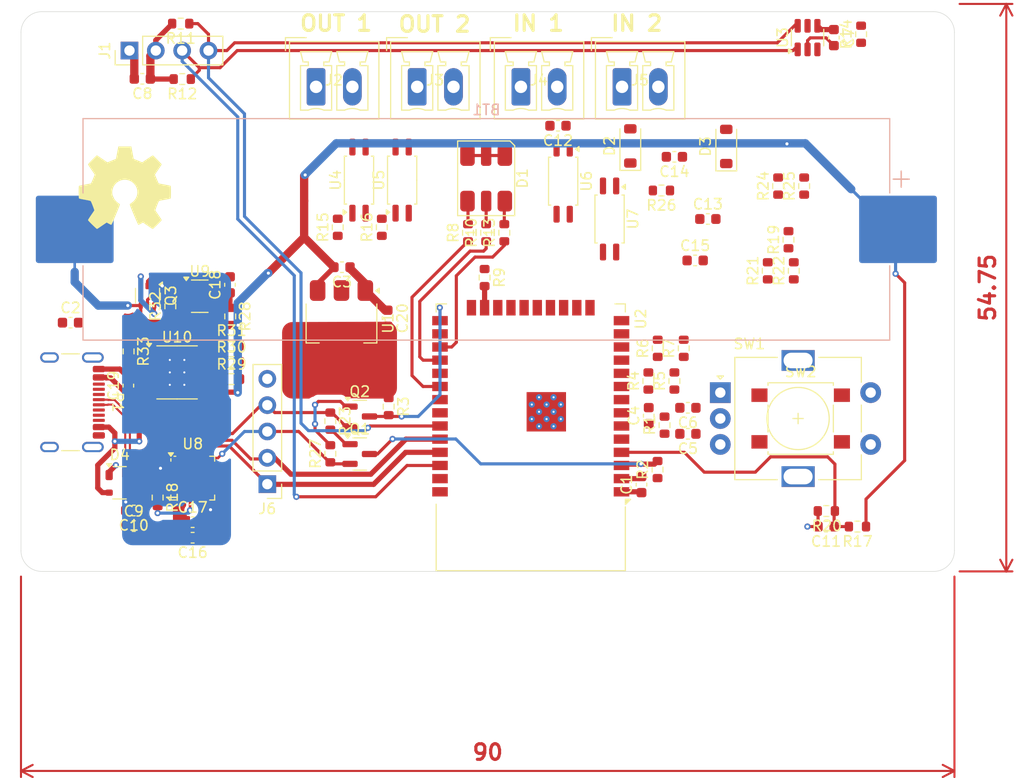
<source format=kicad_pcb>
(kicad_pcb (version 20241229) (generator "pcbnew") (generator_version "9.0")
  (layers (0 "F.Cu" signal) (2 "B.Cu" signal) (13 "F.Paste" user) (15 "B.Paste" user) (5 "F.SilkS" user "F.Silkscreen") (7 "B.SilkS" user "B.Silkscreen") (1 "F.Mask" user) (3 "B.Mask" user) (25 "Edge.Cuts" user))
  (net 0 "")
  (net 1 "Net-(BT1--)")
  (net 2 "/VBAT")
  (net 3 "+3V3")
  (net 4 "GND")
  (net 5 "/VBUS")
  (net 6 "/ENC_SW")
  (net 7 "/ENC_A")
  (net 8 "/ENC_B")
  (net 9 "Net-(U8-VDD)")
  (net 10 "/VBAT_AN")
  (net 11 "Net-(C12-Pad1)")
  (net 12 "Net-(J4-Pin_1)")
  (net 13 "/OPTO_IN1")
  (net 14 "Net-(J5-Pin_1)")
  (net 15 "Net-(C14-Pad1)")
  (net 16 "/OPTO_IN2")
  (net 17 "Net-(U9-VCC)")
  (net 18 "Net-(D1-AR)")
  (net 19 "Net-(D1-AB)")
  (net 20 "Net-(D1-AG)")
  (net 21 "Net-(D2-A)")
  (net 22 "Net-(D2-K)")
  (net 23 "Net-(D3-K)")
  (net 24 "Net-(D3-A)")
  (net 25 "/D-")
  (net 26 "/D+")
  (net 27 "/SCL")
  (net 28 "/SDA")
  (net 29 "Net-(J2-Pin_1)")
  (net 30 "Net-(J2-Pin_2)")
  (net 31 "Net-(J3-Pin_1)")
  (net 32 "Net-(J3-Pin_2)")
  (net 33 "/RTS")
  (net 34 "/RXD")
  (net 35 "/DTR")
  (net 36 "/TXD")
  (net 39 "Net-(Q1-B)")
  (net 40 "/ENABLE")
  (net 41 "/GPIO0")
  (net 42 "Net-(Q2-B)")
  (net 43 "Net-(Q3A-G)")
  (net 44 "Net-(Q3A-D)")
  (net 45 "Net-(Q3B-G)")
  (net 46 "Net-(R6-Pad1)")
  (net 47 "Net-(R7-Pad1)")
  (net 48 "/R")
  (net 49 "Net-(U2-IO15)")
  (net 50 "/G")
  (net 51 "/B")
  (net 52 "Net-(U3-ADD0)")
  (net 53 "Net-(R15-Pad2)")
  (net 54 "/OPTO_1")
  (net 55 "/OPTO_2")
  (net 56 "Net-(R16-Pad2)")
  (net 57 "Net-(U8-~{RST})")
  (net 58 "Net-(U8-VIO)")
  (net 59 "Net-(R21-Pad1)")
  (net 60 "Net-(R25-Pad1)")
  (net 61 "/STDBY")
  (net 62 "/CHRG")
  (net 63 "/EN")
  (net 64 "Net-(U9-CS)")
  (net 65 "Net-(U10-PROG)")
  (net 67 "/GPIO2")
  (footprint "Resistor_SMD:R_0603_1608Metric" (layer "F.Cu") (at 135.325 110.15 90)
    (property "Reference" "R27")
    (property "Value" "12K")
  )
  (footprint "Connector_PinHeader_2.54mm:PinHeader_1x04_P2.54mm_Vertical" (layer "F.Cu") (at 115.96 71.25 90)
    (property "Reference" "J1")
    (property "Value" "N/A")
  )
  (footprint "Package_TO_SOT_SMD:SOT-23-6" (layer "F.Cu") (at 181.3375 70 90)
    (property "Reference" "U3")
    (property "Value" "TMP100")
  )
  (footprint "Resistor_SMD:R_0603_1608Metric" (layer "F.Cu") (at 125.8 101.3)
    (property "Reference" "R30")
    (property "Value" "N/A")
  )
  (footprint "Resistor_SMD:R_0603_1608Metric" (layer "F.Cu") (at 166.89 99.975 90)
    (property "Reference" "R6")
    (property "Value" "N/A")
  )
  (footprint "Capacitor_SMD:C_0603_1608Metric" (layer "F.Cu") (at 169.8 105.715 180)
    (property "Reference" "C6")
    (property "Value" "N/A")
  )
  (footprint "Connector_Phoenix_MC:PhoenixContact_MCV_1,5_2-G-3.5_1x02_P3.50mm_Vertical" (layer "F.Cu") (at 133.95 74.75)
    (property "Reference" "J2")
    (property "Value" "OPTO_OUT_1")
  )
  (footprint "LED_SMD:LED_Inolux_IN-P55TATRGB_PLCC6_5.0x5.5mm_P1.8mm" (layer "F.Cu") (at 150.35 83.575 -90)
    (property "Reference" "D1")
    (property "Value" "Inolux_IN-P55TATRGB")
  )
  (footprint "Resistor_SMD:R_0603_1608Metric" (layer "F.Cu") (at 152.1 88.825 90)
    (property "Reference" "R13")
    (property "Value" "1k")
  )
  (footprint "Capacitor_SMD:C_0603_1608Metric" (layer "F.Cu") (at 157.275 78.5 180)
    (property "Reference" "C12")
    (property "Value" "100nF")
  )
  (footprint "Connector_USB:USB_C_Receptacle_GCT_USB4105-xx-A_16P_TopMnt_Horizontal" (layer "F.Cu") (at 109.325 105.18 -90)
    (property "Reference" "P1")
    (property "Value" "USB_C_Plug_USB2.0")
  )
  (footprint "Resistor_SMD:R_0603_1608Metric" (layer "F.Cu") (at 148.6 88.825 90)
    (property "Reference" "R8")
    (property "Value" "1k")
  )
  (footprint "Resistor_SMD:R_0603_1608Metric" (layer "F.Cu") (at 177.5 92.5 90)
    (property "Reference" "R21")
    (property "Value" "1k")
  )
  (footprint "Resistor_SMD:R_0603_1608Metric" (layer "F.Cu") (at 115.875 100.275 -90)
    (property "Reference" "R33")
    (property "Value" "2k2")
  )
  (footprint "Resistor_SMD:R_0603_1608Metric" (layer "F.Cu") (at 180.01 92.5 90)
    (property "Reference" "R22")
    (property "Value" "10k")
  )
  (footprint "Resistor_SMD:R_0603_1608Metric" (layer "F.Cu") (at 186.15 117.175 180)
    (property "Reference" "R17")
    (property "Value" "33K")
  )
  (footprint "Resistor_SMD:R_0603_1608Metric" (layer "F.Cu") (at 166.875 111.675 90)
    (property "Reference" "R2")
    (property "Value" "33K")
  )
  (footprint "RF_Module:ESP32-WROOM-32D" (layer "F.Cu") (at 154.65 105.57 180)
    (property "Reference" "U2")
    (property "Value" "N/A")
  )
  (footprint "Resistor_SMD:R_0603_1608Metric" (layer "F.Cu") (at 186.5 69.675 90)
    (property "Reference" "R14")
    (property "Value" "47K")
  )
  (footprint "Package_SO:SOP-4_4.4x2.6mm_P1.27mm" (layer "F.Cu") (at 138.09 83.75 90)
    (property "Reference" "U4")
    (property "Value" "TCMT1100")
  )
  (footprint "Resistor_SMD:R_0603_1608Metric" (layer "F.Cu") (at 125.8 102.95)
    (property "Reference" "R29")
    (property "Value" "N/A")
  )
  (footprint "Resistor_SMD:R_0603_1608Metric" (layer "F.Cu") (at 178.5 84.325 90)
    (property "Reference" "R24")
    (property "Value" "47K")
  )
  (footprint "Package_SO:SOIC-8-1EP_3.9x4.9mm_P1.27mm_EP2.41x3.3mm_ThermalVias" (layer "F.Cu") (at 120.55 102.3)
    (property "Reference" "U10")
    (property "Value" "TP4056-42-ESOP8")
  )
  (footprint "Resistor_SMD:R_0603_1608Metric" (layer "F.Cu") (at 125.675 96.9 -90)
    (property "Reference" "R28")
    (property "Value" "100R")
  )
  (footprint "Capacitor_SMD:C_0603_1608Metric" (layer "F.Cu") (at 136.45 92.15 180)
    (property "Reference" "C3")
    (property "Value" "10uF")
  )
  (footprint "Capacitor_SMD:C_0603_1608Metric" (layer "F.Cu") (at 183.875 70 -90)
    (property "Reference" "C7")
    (property "Value" "100nF")
  )
  (footprint "Package_TO_SOT_SMD:SOT-223-3_TabPin2" (layer "F.Cu") (at 136.4 97.55 -90)
    (property "Reference" "U1")
    (property "Value" "N/A")
  )
  (footprint "Resistor_SMD:R_0603_1608Metric" (layer "F.Cu") (at 167.55 107.39 90)
    (property "Reference" "R1")
    (property "Value" "10K")
  )
  (footprint "Package_TO_SOT_SMD:SOT-23-6" (layer "F.Cu") (at 122.7375 94.95)
    (property "Reference" "U9")
    (property "Value" "DW01A")
  )
  (footprint "Capacitor_SMD:C_0603_1608Metric" (layer "F.Cu") (at 169.8 108.225 180)
    (property "Reference" "C5")
    (property "Value" "N/A")
  )
  (footprint "Connector_Phoenix_MC:PhoenixContact_MCV_1,5_2-G-3.5_1x02_P3.50mm_Vertical" (layer "F.Cu") (at 163.45 74.75)
    (property "Reference" "J5")
    (property "Value" "OPTO_IN_2")
  )
  (footprint "Button_Switch_SMD:SW_SPST_B3S-1000" (layer "F.Cu") (at 180.675 106.75)
    (property "Reference" "SW2")
    (property "Value" "SW_Push")
  )
  (footprint "Capacitor_SMD:C_0603_1608Metric" (layer "F.Cu") (at 170.5 91.5)
    (property "Reference" "C15")
    (property "Value" "100nF")
  )
  (footprint "Capacitor_SMD:C_0603_1608Metric" (layer "F.Cu") (at 140.85 97.075 -90)
    (property "Reference" "C20")
    (property "Value" "10uF")
  )
  (footprint "Diode_SMD:D_SOD-123" (layer "F.Cu") (at 173.5 80.5 90)
    (property "Reference" "D3")
    (property "Value" "D")
  )
  (footprint "Capacitor_SMD:C_0603_1608Metric" (layer "F.Cu") (at 117.2 73.975 180)
    (property "Reference" "C8")
    (property "Value" "100nF")
  )
  (footprint "Capacitor_SMD:C_0603_1608Metric" (layer "F.Cu") (at 116.375 117.125)
    (property "Reference" "C9")
    (property "Value" "4.7uF")
  )
  (footprint "Capacitor_SMD:C_0603_1608Metric" (layer "F.Cu") (at 115.85 103.575 90)
    (property "Reference" "C19")
    (property "Value" "100nF")
  )
  (footprint "Capacitor_SMD:C_0603_1608Metric" (layer "F.Cu") (at 183.125 117.175 180)
    (property "Reference" "C11")
    (property "Value" "100nF")
  )
  (footprint "Resistor_SMD:R_0603_1608Metric" (layer "F.Cu") (at 150.35 88.825 90)
    (property "Reference" "R10")
    (property "Value" "1k")
  )
  (footprint "Connector_Phoenix_MC:PhoenixContact_MCV_1,5_2-G-3.5_1x02_P3.50mm_Vertical" (layer "F.Cu") (at 143.7 74.75)
    (property "Reference" "J3")
    (property "Value" "OPTO_OUT_2")
  )
  (footprint "Resistor_SMD:R_0603_1608Metric" (layer "F.Cu") (at 119.9 95.925 90)
    (property "Reference" "R32")
    (property "Value" "1k")
  )
  (footprint "Package_SO:SOP-4_4.4x2.6mm_P1.27mm" (layer "F.Cu") (at 142.25 83.75 90)
    (property "Reference" "U5")
    (property "Value" "TCMT1100")
  )
  (footprint "Resistor_SMD:R_0603_1608Metric" (layer "F.Cu") (at 168.5 103.13 90)
    (property "Reference" "R5")
    (property "Value" "N/A")
  )
  (footprint "Resistor_SMD:R_0603_1608Metric" (layer "F.Cu") (at 135.325 107 -90)
    (property "Reference" "R23")
    (property "Value" "12K")
  )
  (footprint "Package_TO_SOT_SMD:SOT-23" (layer "F.Cu") (at 138.1625 110.175)
    (property "Reference" "Q1")
    (property "Value" "BC847")
  )
  (footprint "Resistor_SMD:R_0603_1608Metric" (layer "F.Cu") (at 118.675 114.375 -90)
    (property "Reference" "R18")
    (property "Value" "1K")
  )
  (footprint "Resistor_SMD:R_0603_1608Metric" (layer "F.Cu") (at 120.9 68.65 180)
    (property "Reference" "R11")
    (property "Value" "3k3")
  )
  (footprint "Symbol:OSHW-Symbol_8.9x8mm_SilkScreen" (layer "F.Cu") (at 115.5 84.5)
    (property "Reference" "REF**" (hide yes))
    (property "Value" "OSHW-Symbol_8.9x8mm_SilkScreen" (hide yes))
  )
  (footprint "Resistor_SMD:R_0603_1608Metric" (layer "F.Cu") (at 150.2 93.15 -90)
    (property "Reference" "R9")
    (property "Value" "33K")
  )
  (footprint "Resistor_SMD:R_0603_1608Metric" (layer "F.Cu") (at 121.05 74 180)
    (property "Reference" "R12")
    (property "Value" "3k3")
  )
  (footprint "Package_DFN_QFN:QFN-24-1EP_4x4mm_P0.5mm_EP2.6x2.6mm" (layer "F.Cu") (at 122.0625 112.5)
    (property "Reference" "U8")
    (property "Value" "N/A")
  )
  (footprint "Resistor_SMD:R_0603_1608Metric" (layer "F.Cu") (at 140.29 88.3 90)
    (property "Reference" "R16")
    (property "Value" "1k")
  )
  (footprint "Package_TO_SOT_SMD:SOT-143" (layer "F.Cu") (at 115 112.95)
    (property "Reference" "D4")
    (property "Value" "SP0503BAHT")
  )
  (footprint "Resistor_SMD:R_0603_1608Metric" (layer "F.Cu") (at 125.8 99.7)
    (property "Reference" "R31")
    (property "Value" "N/A")
  )
  (footprint "Package_SO:SOP-4_4.4x2.6mm_P1.27mm" (layer "F.Cu") (at 162.25 87.5 -90)
    (property "Reference" "U7")
    (property "Value" "TCMT1100")
  )
  (footprint "Resistor_SMD:R_0603_1608Metric" (layer "F.Cu") (at 136.04 88.3 90)
    (property "Reference" "R15")
    (property "Value" "1k")
  )
  (footprint "Package_TO_SOT_SMD:SOT-363_SC-70-6" (layer "F.Cu") (at 117.7 94.9 -90)
    (property "Reference" "Q3")
    (property "Value" "BSD840N")
  )
  (footprint "Resistor_SMD:R_0603_1608Metric" (layer "F.Cu") (at 179.5 89.5 90)
    (property "Reference" "R19")
    (property "Value" "47K")
  )
  (footprint "Rotary_Encoder:RotaryEncoder_Alps_EC11E-Switch_Vertical_H20mm" (layer "F.Cu") (at 172.925 104.25)
    (property "Reference" "SW1")
    (property "Value" "N/A")
  )
  (footprint "Capacitor_SMD:C_0603_1608Metric" (layer "F.Cu") (at 122.05 116.75)
    (property "Reference" "C17")
    (property "Value" "100nF")
  )
  (footprint "Capacitor_SMD:C_0603_1608Metric" (layer "F.Cu") (at 116.375 115.625 180)
    (property "Reference" "C10")
    (property "Value" "100nF")
  )
  (footprint "Capacitor_SMD:C_0603_1608Metric" (layer "F.Cu") (at 110.275 97.5)
    (property "Reference" "C2")
    (property "Value" "1uF")
  )
  (footprint "Resistor_SMD:R_0603_1608Metric" (layer "F.Cu") (at 181.01 84.325 90)
    (property "Reference" "R25")
    (property "Value" "1k")
  )
  (footprint "Resistor_SMD:R_0603_1608Metric" (layer "F.Cu") (at 140.95 105.6 -90)
    (property "Reference" "R3")
    (property "Value" "33K")
  )
  (footprint "Capacitor_SMD:C_0603_1608Metric" (layer "F.Cu") (at 165.325 113.125 90)
    (property "Reference" "C1")
    (property "Value" "10uF")
  )
  (footprint "Diode_SMD:D_SOD-123" (layer "F.Cu") (at 164.25 80.45 90)
    (property "Reference" "D2")
    (property "Value" "D")
  )
  (footprint "Capacitor_SMD:C_0603_1608Metric" (layer "F.Cu") (at 122.05 118.25 180)
    (property "Reference" "C16")
    (property "Value" "4.7uF")
  )
  (footprint "Connector_PinHeader_2.54mm:PinHeader_1x05_P2.54mm_Vertical" (layer "F.Cu") (at 129.25 113.08 180)
    (property "Reference" "J6")
    (property "Value" "Conn_01x05")
  )
  (footprint "Capacitor_SMD:C_0603_1608Metric" (layer "F.Cu") (at 125.65 93.85 90)
    (property "Reference" "C18")
    (property "Value" "100nF")
  )
  (footprint "Capacitor_SMD:C_0603_1608Metric" (layer "F.Cu") (at 171.725 87.5)
    (property "Reference" "C13")
    (property "Value" "100nF")
  )
  (footprint "Connector_Phoenix_MC:PhoenixContact_MCV_1,5_2-G-3.5_1x02_P3.50mm_Vertical" (layer "F.Cu") (at 153.7 74.75)
    (property "Reference" "J4")
    (property "Value" "OPTO_IN_1")
  )
  (footprint "Resistor_SMD:R_0603_1608Metric" (layer "F.Cu") (at 169.4 99.975 90)
    (property "Reference" "R7")
    (property "Value" "N/A")
  )
  (footprint "Package_TO_SOT_SMD:SOT-23" (layer "F.Cu") (at 138.1625 106.55)
    (property "Reference" "Q2")
    (property "Value" "BC847")
  )
  (footprint "Resistor_SMD:R_0603_1608Metric" (layer "F.Cu") (at 183.15 115.675 180)
    (property "Reference" "R20")
    (property "Value" "1k")
  )
  (footprint "Capacitor_SMD:C_0603_1608Metric" (layer "F.Cu") (at 166.025 106.475 90)
    (property "Reference" "C4")
    (property "Value" "100nF")
  )
  (footprint "Package_SO:SOP-4_4.4x2.6mm_P1.27mm" (layer "F.Cu") (at 157.775 83.85 -90)
    (property "Reference" "U6")
    (property "Value" "TCMT1100")
  )
  (footprint "Resistor_SMD:R_0603_1608Metric" (layer "F.Cu") (at 165.99 103.13 90)
    (property "Reference" "R4")
    (property "Value" "N/A")
  )
  (footprint "Capacitor_SMD:C_0603_1608Metric" (layer "F.Cu") (at 168.5 81.5 180)
    (property "Reference" "C14")
    (property "Value" "100nF")
  )
  (footprint "Resistor_SMD:R_0603_1608Metric" (layer "F.Cu") (at 167.25 84.75 180)
    (property "Reference" "R26")
    (property "Value" "10k")
  )
  (footprint "Battery:BatteryHolder_Keystone_1042_1x18650" (layer "B.Cu") (at 150.37 88.5 180)
    (property "Reference" "BT1")
    (property "Value" "18650 holder")
  )
  (gr_line (start 105.5 119.5) (end 105.5 69.5) (stroke (width 0.05)) (layer "Edge.Cuts"))
  (gr_arc (start 193.5 67.5) (mid 194.914214 68.085786) (end 195.5 69.5) (stroke (width 0.05)) (layer "Edge.Cuts"))
  (gr_arc (start 195.5 119.5) (mid 194.914214 120.914214) (end 193.5 121.5) (stroke (width 0.05)) (layer "Edge.Cuts"))
  (gr_line (start 107.5 67.5) (end 193.5 67.5) (stroke (width 0.05)) (layer "Edge.Cuts"))
  (gr_arc (start 107.5 121.5) (mid 106.085786 120.914214) (end 105.5 119.5) (stroke (width 0.05)) (layer "Edge.Cuts"))
  (gr_line (start 193.5 121.5) (end 107.5 121.5) (stroke (width 0.05)) (layer "Edge.Cuts"))
  (gr_line (start 195.5 69.5) (end 195.5 119.5) (stroke (width 0.05)) (layer "Edge.Cuts"))
  (gr_arc (start 105.5 69.5) (mid 106.085786 68.085786) (end 107.5 67.5) (stroke (width 0.05)) (layer "Edge.Cuts"))
  (gr_text "IN 1" (at 152.75 69.5 0) (layer "F.SilkS") (effects (font (size 1.5 1.5) (thickness 0.3) (bold yes)) (justify left bottom)))
  (gr_text "OUT 1\n" (at 132.25 69.5 0) (layer "F.SilkS") (effects (font (size 1.5 1.5) (thickness 0.3) (bold yes)) (justify left bottom)))
  (gr_text "IN 2" (at 162.25 69.5 0) (layer "F.SilkS") (effects (font (size 1.5 1.5) (thickness 0.3) (bold yes)) (justify left bottom)))
  (gr_text "OUT 2\n\n" (at 141.75 72 0) (layer "F.SilkS") (effects (font (size 1.5 1.5) (thickness 0.3) (bold yes)) (justify left bottom)))
  (dimension (type orthogonal) (layer "F.Cu") (pts (xy 195.5 121.5) (xy 195.5 66.75)) (height 5) (orientation 1) (format (prefix "") (suffix "") (units 3) (units_format 0) (precision 4) (suppress_zeroes yes)) (style (thickness 0.2) (arrow_length 1.27) (text_position_mode 0) (arrow_direction outward) (extension_height 0.58642) (extension_offset 0.5) (keep_text_aligned yes)) (gr_text "54,75" (at 198.7 94.125 90) (layer "F.Cu") (effects (font (size 1.5 1.5) (thickness 0.3)))))
  (dimension (type orthogonal) (layer "F.Cu") (pts (xy 105.5 121.5) (xy 195.5 121.5)) (height 19.25) (orientation 0) (format (prefix "") (suffix "") (units 3) (units_format 0) (precision 4) (suppress_zeroes yes)) (style (thickness 0.2) (arrow_length 1.27) (text_position_mode 0) (arrow_direction outward) (extension_height 0.58642) (extension_offset 0.5) (keep_text_aligned yes)) (gr_text "90" (at 150.5 138.95 0) (layer "F.Cu") (effects (font (size 1.5 1.5) (thickness 0.3)))))
  (segment (start 115.8 95.85) (end 117.05 95.85) (width 0.3) (layer "F.Cu") (net 1))
  (segment (start 117.05 96.65) (end 117.05 95.85) (width 0.3) (layer "F.Cu") (net 1))
  (segment (start 119.325 97.325) (end 117.725 97.325) (width 0.3) (layer "F.Cu") (net 1))
  (segment (start 119.9 96.75) (end 119.325 97.325) (width 0.3) (layer "F.Cu") (net 1))
  (segment (start 117.725 97.325) (end 117.05 96.65) (width 0.3) (layer "F.Cu") (net 1))
  (via (at 115.8 95.85) (size 0.6) (drill 0.3) (layers "F.Cu" "B.Cu") (net 1))
  (segment (start 110.68 92.6) (end 110.68 93.58) (width 0.8) (layer "B.Cu") (net 1))
  (segment (start 110.68 93.58) (end 112.95 95.85) (width 0.8) (layer "B.Cu") (net 1))
  (segment (start 112.95 95.85) (end 115.8 95.85) (width 0.8) (layer "B.Cu") (net 1))
  (segment (start 110.68 92.6) (end 110.68 88.5) (width 0.25) (layer "B.Cu") (net 1))
  (segment (start 186.975 114.525) (end 186.975 117.175) (width 0.3) (layer "F.Cu") (net 2))
  (segment (start 132.8 83.35) (end 132.9 83.25) (width 0.8) (layer "F.Cu") (net 2))
  (segment (start 189.825 92.775) (end 190.7 93.65) (width 0.3) (layer "F.Cu") (net 2))
  (segment (start 132.8 85.75) (end 132.8 83.35) (width 0.8) (layer "F.Cu") (net 2))
  (segment (start 190.7 93.65) (end 190.7 110.8) (width 0.3) (layer "F.Cu") (net 2))
  (segment (start 132.8 89.275) (end 132.8 85.75) (width 0.8) (layer "F.Cu") (net 2))
  (segment (start 135.675 92.15) (end 132.8 89.275) (width 0.8) (layer "F.Cu") (net 2))
  (segment (start 126.355 104.205) (end 126.4 104.25) (width 0.5) (layer "F.Cu") (net 2))
  (segment (start 135.675 92.15) (end 135.675 92.175) (width 0.5) (layer "F.Cu") (net 2))
  (segment (start 129.35 92.725) (end 132.8 89.275) (width 0.8) (layer "F.Cu") (net 2))
  (segment (start 123.025 104.205) (end 126.355 104.205) (width 0.5) (layer "F.Cu") (net 2))
  (segment (start 135.675 92.175) (end 134.1 93.75) (width 0.5) (layer "F.Cu") (net 2))
  (segment (start 125.75 97.75) (end 126.425 97.75) (width 0.5) (layer "F.Cu") (net 2))
  (segment (start 190.7 110.8) (end 186.975 114.525) (width 0.3) (layer "F.Cu") (net 2))
  (segment (start 134.1 93.75) (end 134.1 94.4) (width 0.5) (layer "F.Cu") (net 2))
  (via (at 126.4 104.25) (size 0.6) (drill 0.3) (layers "F.Cu" "B.Cu") (net 2))
  (via (at 126.425 97.75) (size 0.6) (drill 0.3) (layers "F.Cu" "B.Cu") (net 2))
  (via (at 189.825 92.775) (size 0.6) (drill 0.3) (layers "F.Cu" "B.Cu") (net 2))
  (via (at 179.35 80.25) (size 0.6) (drill 0.3) (layers "F.Cu" "B.Cu") (net 2))
  (via (at 129.35 92.725) (size 0.6) (drill 0.3) (layers "F.Cu" "B.Cu") (net 2))
  (via (at 132.9 83.25) (size 0.6) (drill 0.3) (layers "F.Cu" "B.Cu") (net 2))
  (segment (start 189.425 88.5) (end 190.06 88.5) (width 0.3) (layer "B.Cu") (net 2))
  (segment (start 185.55 84.625) (end 181.125 80.2) (width 0.8) (layer "B.Cu") (net 2))
  (segment (start 135.9 80.2) (end 132.85 83.25) (width 0.8) (layer "B.Cu") (net 2))
  (segment (start 129.275 92.725) (end 126.4 95.6) (width 0.8) (layer "B.Cu") (net 2))
  (segment (start 129.35 92.725) (end 129.275 92.725) (width 0.8) (layer "B.Cu") (net 2))
  (segment (start 189.825 92.775) (end 189.825 88.735) (width 0.3) (layer "B.Cu") (net 2))
  (segment (start 181.125 80.2) (end 135.9 80.2) (width 0.8) (layer "B.Cu") (net 2))
  (segment (start 126.4 95.6) (end 126.4 104.25) (width 0.8) (layer "B.Cu") (net 2))
  (segment (start 189.825 88.735) (end 190.06 88.5) (width 0.3) (layer "B.Cu") (net 2))
  (segment (start 185.55 84.625) (end 189.425 88.5) (width 0.3) (layer "B.Cu") (net 2))
  (segment (start 120.075 68.675) (end 118.5 70.25) (width 0.5) (layer "F.Cu") (net 3))
  (segment (start 117.975 73.975) (end 117.975 71.775) (width 0.8) (layer "F.Cu") (net 3))
  (segment (start 117.975 71.775) (end 118.5 71.25) (width 0.8) (layer "F.Cu") (net 3))
  (segment (start 118.5 70.25) (end 118.5 71.25) (width 0.5) (layer "F.Cu") (net 3))
  (segment (start 182.65 69.225) (end 182.2875 68.8625) (width 0.5) (layer "F.Cu") (net 3))
  (segment (start 120.075 68.65) (end 120.075 68.675) (width 0.3) (layer "F.Cu") (net 3))
  (segment (start 165.125 112.55) (end 165.325 112.35) (width 0.5) (layer "F.Cu") (net 3))
  (segment (start 183.875 69.225) (end 182.65 69.225) (width 0.5) (layer "F.Cu") (net 3))
  (segment (start 120.225 74) (end 118 74) (width 0.5) (layer "F.Cu") (net 3))
  (segment (start 118 74) (end 117.975 73.975) (width 0.3) (layer "F.Cu") (net 3))
  (segment (start 163.4 112.55) (end 165.125 112.55) (width 0.5) (layer "F.Cu") (net 3))
  (segment (start 118.075 102.935) (end 119.915 102.935) (width 0.5) (layer "F.Cu") (net 4))
  (segment (start 115.03 101.98) (end 115.85 102.8) (width 0.5) (layer "F.Cu") (net 4))
  (segment (start 165.245 113.82) (end 165.325 113.9) (width 0.5) (layer "F.Cu") (net 4))
  (segment (start 182.35 115.7) (end 182.325 115.675) (width 0.3) (layer "F.Cu") (net 4))
  (segment (start 115.6 117.125) (end 115.6 115.625) (width 0.5) (layer "F.Cu") (net 4))
  (segment (start 114 111.9) (end 114.65 111.25) (width 0.5) (layer "F.Cu") (net 4))
  (segment (start 123.775 115.55) (end 122.825 116.5) (width 0.5) (layer "F.Cu") (net 4))
  (segment (start 120.125 111.75) (end 121.3125 111.75) (width 0.25) (layer "F.Cu") (net 4))
  (segment (start 140.85 96.3) (end 140.6 96.3) (width 0.8) (layer "F.Cu") (net 4))
  (segment (start 137.225 92.15) (end 137.225 92.275) (width 0.5) (layer "F.Cu") (net 4))
  (segment (start 122.825 118.25) (end 122.825 116.75) (width 0.5) (layer "F.Cu") (net 4))
  (segment (start 119.15 111.75) (end 118.95 111.55) (width 0.25) (layer "F.Cu") (net 4))
  (segment (start 152.15 81.375) (end 148.55 81.375) (width 0.3) (layer "F.Cu") (net 4))
  (segment (start 183.124 70.024) (end 181.601 70.024) (width 0.3) (layer "F.Cu") (net 4))
  (segment (start 113.005 101.98) (end 115.03 101.98) (width 0.5) (layer "F.Cu") (net 4))
  (segment (start 114 112.2) (end 114 111.9) (width 0.5) (layer "F.Cu") (net 4))
  (segment (start 183.875 70.775) (end 183.124 70.024) (width 0.3) (layer "F.Cu") (net 4))
  (segment (start 119.95 99.45) (end 119.975 99.425) (width 0.3) (layer "F.Cu") (net 4))
  (segment (start 122.825 116.5) (end 122.825 116.75) (width 0.5) (layer "F.Cu") (net 4))
  (segment (start 119.915 102.935) (end 120.55 102.3) (width 0.5) (layer "F.Cu") (net 4))
  (segment (start 137.225 92.275) (end 138.7 93.75) (width 0.8) (layer "F.Cu") (net 4))
  (segment (start 115.985 102.935) (end 115.85 102.8) (width 0.5) (layer "F.Cu") (net 4))
  (segment (start 138.7 93.75) (end 138.7 94.4) (width 0.5) (layer "F.Cu") (net 4))
  (segment (start 125.3 93.075) (end 125.65 93.075) (width 0.5) (layer "F.Cu") (net 4))
  (segment (start 181.3375 70.2875) (end 181.3375 71.1375) (width 0.3) (layer "F.Cu") (net 4))
  (segment (start 182.35 117.175) (end 182.35 115.7) (width 0.3) (layer "F.Cu") (net 4))
  (segment (start 124.375 94) (end 125.3 93.075) (width 0.5) (layer "F.Cu") (net 4))
  (segment (start 140.6 96.3) (end 138.7 94.4) (width 0.8) (layer "F.Cu") (net 4))
  (segment (start 116.425 71.715) (end 115.96 71.25) (width 0.8) (layer "F.Cu") (net 4))
  (segment (start 163.4 113.82) (end 165.245 113.82) (width 0.5) (layer "F.Cu") (net 4))
  (segment (start 121.3125 111.75) (end 122.0625 112.5) (width 0.25) (layer "F.Cu") (net 4))
  (segment (start 118.35 93.95) (end 119.125 93.95) (width 0.3) (layer "F.Cu") (net 4))
  (segment (start 115.6 115.625) (end 115.6 114.8) (width 0.5) (layer "F.Cu") (net 4))
  (segment (start 182.35 117.175) (end 181.325 117.175) (width 0.3) (layer "F.Cu") (net 4))
  (segment (start 123.875 94) (end 124.375 94) (width 0.5) (layer "F.Cu") (net 4))
  (segment (start 116.425 73.975) (end 116.425 71.715) (width 0.8) (layer "F.Cu") (net 4))
  (segment (start 115.875 99.45) (end 119.95 99.45) (width 0.3) (layer "F.Cu") (net 4))
  (segment (start 120.125 111.75) (end 119.15 111.75) (width 0.25) (layer "F.Cu") (net 4))
  (segment (start 118.075 102.935) (end 115.985 102.935) (width 0.5) (layer "F.Cu") (net 4))
  (segment (start 181.601 70.024) (end 181.3375 70.2875) (width 0.3) (layer "F.Cu") (net 4))
  (via (at 118.95 111.55) (size 0.6) (drill 0.3) (layers "F.Cu" "B.Cu") (net 4))
  (via (at 115.6 114.8) (size 0.6) (drill 0.3) (layers "F.Cu" "B.Cu") (net 4))
  (via (at 123.775 115.55) (size 0.6) (drill 0.3) (layers "F.Cu" "B.Cu") (net 4))
  (via (at 114.65 111.25) (size 0.6) (drill 0.3) (layers "F.Cu" "B.Cu") (net 4))
  (via (at 181.325 117.175) (size 0.6) (drill 0.3) (layers "F.Cu" "B.Cu") (net 4))
  (via (at 119.125 93.95) (size 0.6) (drill 0.3) (layers "F.Cu" "B.Cu") (net 4))
  (segment (start 116.9 108.95) (end 116.85 108.95) (width 0.5) (layer "F.Cu") (net 5))
  (segment (start 113.005 102.78) (end 113.655 102.78) (width 0.5) (layer "F.Cu") (net 5))
  (segment (start 126.625 99.7) (end 126.625 101.3) (width 0.3) (layer "F.Cu") (net 5))
  (segment (start 112.9 113.45) (end 112.9 111.25) (width 0.5) (layer "F.Cu") (net 5))
  (segment (start 115.995 104.205) (end 115.85 104.35) (width 0.5) (layer "F.Cu") (net 5))
  (segment (start 112.9 111.25) (end 114.55 109.6) (width 0.5) (layer "F.Cu") (net 5))
  (segment (start 118.075 104.205) (end 115.995 104.205) (width 0.5) (layer "F.Cu") (net 5))
  (segment (start 114.55 108.95) (end 114.55 108.15) (width 0.5) (layer "F.Cu") (net 5))
  (segment (start 113.35 113.9) (end 112.9 113.45) (width 0.5) (layer "F.Cu") (net 5))
  (segment (start 115.85 105.05) (end 116.5 105.7) (width 0.5) (layer "F.Cu") (net 5))
  (segment (start 116.5 105.7) (end 116.9 106.1) (width 0.5) (layer "F.Cu") (net 5))
  (segment (start 113.704 102.829) (end 114.1415 102.829) (width 0.5) (layer "F.Cu") (net 5))
  (segment (start 114.1415 102.829) (end 115.6625 104.35) (width 0.5) (layer "F.Cu") (net 5))
  (segment (start 114.55 109.6) (end 114.55 108.95) (width 0.5) (layer "F.Cu") (net 5))
  (segment (start 115.6625 104.35) (end 115.85 104.35) (width 0.5) (layer "F.Cu") (net 5))
  (segment (start 114.55 108.15) (end 113.98 107.58) (width 0.5) (layer "F.Cu") (net 5))
  (segment (start 115.85 104.35) (end 115.85 105.05) (width 0.5) (layer "F.Cu") (net 5))
  (segment (start 114 113.9) (end 113.35 113.9) (width 0.5) (layer "F.Cu") (net 5))
  (segment (start 113.98 107.58) (end 113.005 107.58) (width 0.5) (layer "F.Cu") (net 5))
  (segment (start 113.655 102.78) (end 113.704 102.829) (width 0.5) (layer "F.Cu") (net 5))
  (segment (start 126.625 101.3) (end 126.625 102.95) (width 0.3) (layer "F.Cu") (net 5))
  (segment (start 116.9 106.1) (end 116.9 108.95) (width 0.5) (layer "F.Cu") (net 5))
  (via (at 116.9 108.95) (size 0.6) (drill 0.3) (layers "F.Cu" "B.Cu") (net 5))
  (via (at 114.55 108.95) (size 0.6) (drill 0.3) (layers "F.Cu" "B.Cu") (net 5))
  (segment (start 116.9 108.95) (end 114.55 108.95) (width 0.5) (layer "B.Cu") (net 5))
  (segment (start 117.55 114.5) (end 117.15 114.9) (width 0.8) (layer "F.Cu") (net 9))
  (segment (start 117.15 117.125) (end 117.15 115.625) (width 0.8) (layer "F.Cu") (net 9))
  (segment (start 117.625 114.5) (end 117.775 114.35) (width 0.25) (layer "F.Cu") (net 9))
  (segment (start 119.65 113.75) (end 120.125 113.75) (width 0.25) (layer "F.Cu") (net 9))
  (segment (start 117.15 114.9) (end 117.15 115.625) (width 0.8) (layer "F.Cu") (net 9))
  (segment (start 117.625 114.5) (end 117.55 114.5) (width 0.8) (layer "F.Cu") (net 9))
  (segment (start 119.65 113.8875) (end 119.65 113.75) (width 0.25) (layer "F.Cu") (net 9))
  (segment (start 117.775 114.35) (end 119.1875 114.35) (width 0.25) (layer "F.Cu") (net 9))
  (segment (start 119.1875 114.35) (end 119.65 113.8875) (width 0.25) (layer "F.Cu") (net 9))
  (segment (start 183.975 111.15) (end 183.975 115.675) (width 0.3) (layer "F.Cu") (net 10))
  (segment (start 183.9 115.75) (end 183.975 115.675) (width 0.3) (layer "F.Cu") (net 10))
  (segment (start 183.9 117.175) (end 183.9 115.75) (width 0.3) (layer "F.Cu") (net 10))
  (segment (start 163.4 110.01) (end 169.46 110.01) (width 0.3) (layer "F.Cu") (net 10))
  (segment (start 176.3 111.925) (end 177.775 110.45) (width 0.3) (layer "F.Cu") (net 10))
  (segment (start 183.275 110.45) (end 183.975 111.15) (width 0.3) (layer "F.Cu") (net 10))
  (segment (start 185.325 117.175) (end 183.9 117.175) (width 0.3) (layer "F.Cu") (net 10))
  (segment (start 177.775 110.45) (end 183.275 110.45) (width 0.3) (layer "F.Cu") (net 10))
  (segment (start 171.375 111.925) (end 176.3 111.925) (width 0.3) (layer "F.Cu") (net 10))
  (segment (start 169.46 110.01) (end 171.375 111.925) (width 0.3) (layer "F.Cu") (net 10))
  (segment (start 125.65 94.7) (end 125.4 94.95) (width 0.5) (layer "F.Cu") (net 17))
  (segment (start 125.65 96) (end 125.65 94.7) (width 0.5) (layer "F.Cu") (net 17))
  (segment (start 125.75 96.1) (end 125.65 96) (width 0.5) (layer "F.Cu") (net 17))
  (segment (start 125.4 94.95) (end 123.875 94.95) (width 0.5) (layer "F.Cu") (net 17))
  (segment (start 150.35 88) (end 150.35 85.775) (width 0.3) (layer "F.Cu") (net 18))
  (segment (start 152.1 85.825) (end 152.15 85.775) (width 0.3) (layer "F.Cu") (net 19))
  (segment (start 152.1 88) (end 152.1 85.825) (width 0.3) (layer "F.Cu") (net 19))
  (segment (start 148.6 88) (end 148.6 85.825) (width 0.3) (layer "F.Cu") (net 20))
  (segment (start 148.6 85.825) (end 148.55 85.775) (width 0.3) (layer "F.Cu") (net 20))
  (segment (start 115.55 106.618198) (end 115.55 111.458032) (width 0.2) (layer "F.Cu") (net 25))
  (segment (start 116.5 112.75) (end 116 113.25) (width 0.2) (layer "F.Cu") (net 25))
  (segment (start 114.336802 105.405) (end 115.55 106.618198) (width 0.2) (layer "F.Cu") (net 25))
  (segment (start 115.349 112.340968) (end 115.55 112.541968) (width 0.2) (layer "F.Cu") (net 25))
  (segment (start 116 113.25) (end 116 113.9) (width 0.2) (layer "F.Cu") (net 25))
  (segment (start 113.892501 105.405) (end 114.336802 105.405) (width 0.2) (layer "F.Cu") (net 25))
  (segment (start 115.55 112.541968) (end 115.55 113.45) (width 0.2) (layer "F.Cu") (net 25))
  (segment (start 115.349 111.659032) (end 115.349 112.340968) (width 0.2) (layer "F.Cu") (net 25))
  (segment (start 113.005 105.43) (end 113.867501 105.43) (width 0.2) (layer "F.Cu") (net 25))
  (segment (start 113.867501 105.43) (end 113.892501 105.405) (width 0.2) (layer "F.Cu") (net 25))
  (segment (start 120.125 112.75) (end 116.5 112.75) (width 0.2) (layer "F.Cu") (net 25))
  (segment (start 115.55 113.45) (end 116 113.9) (width 0.2) (layer "F.Cu") (net 25))
  (segment (start 115.55 111.458032) (end 115.349 111.659032) (width 0.2) (layer "F.Cu") (net 25))
  (segment (start 116 107.792622) (end 116 112) (width 0.2) (layer "F.Cu") (net 26))
  (segment (start 113.867501 104.93) (end 113.005 104.93) (width 0.2) (layer "F.Cu") (net 26))
  (segment (start 116 107.792622) (end 116 107.690545) (width 0.2) (layer "F.Cu") (net 26))
  (segment (start 116 106.431802) (end 114.523198 104.955) (width 0.2) (layer "F.Cu") (net 26))
  (segment (start 118.102683 112.25) (end 118.222683 112.25) (width 0.2) (layer "F.Cu") (net 26))
  (segment (start 114.523198 104.955) (end 113.892501 104.955) (width 0.2) (layer "F.Cu") (net 26))
  (segment (start 120.125 112.25) (end 118.35347 112.25) (width 0.2) (layer "F.Cu") (net 26))
  (segment (start 116 112) (end 116.25 112.25) (width 0.2) (layer "F.Cu") (net 26))
  (segment (start 117.262683 112.01) (end 117.262683 111.49) (width 0.2) (layer "F.Cu") (net 26))
  (segment (start 117.502683 111.25) (end 117.622683 111.25) (width 0.2) (layer "F.Cu") (net 26))
  (segment (start 116 107.690545) (end 116 106.431802) (width 0.2) (layer "F.Cu") (net 26))
  (segment (start 117.862683 111.49) (end 117.862683 112.01) (width 0.2) (layer "F.Cu") (net 26))
  (segment (start 118.222683 112.25) (end 118.35347 112.25) (width 0.2) (layer "F.Cu") (net 26))
  (segment (start 116.25 112.25) (end 117.022683 112.25) (width 0.2) (layer "F.Cu") (net 26))
  (segment (start 113.892501 104.955) (end 113.867501 104.93) (width 0.2) (layer "F.Cu") (net 26))
  (arc (start 117.862683 112.01) (mid 117.932977 112.179706) (end 118.102683 112.25) (width 0.2) (layer "F.Cu") (net 26))
  (arc (start 117.262683 111.49) (mid 117.332977 111.320294) (end 117.502683 111.25) (width 0.2) (layer "F.Cu") (net 26))
  (arc (start 117.022683 112.25) (mid 117.192389 112.179706) (end 117.262683 112.01) (width 0.2) (layer "F.Cu") (net 26))
  (arc (start 117.622683 111.25) (mid 117.792389 111.320294) (end 117.862683 111.49) (width 0.2) (layer "F.Cu") (net 26))
  (segment (start 121.875 74) (end 121.875 73.97) (width 0.3) (layer "F.Cu") (net 27))
  (segment (start 121.04 71.25) (end 122.69 72.9) (width 0.3) (layer "F.Cu") (net 27))
  (segment (start 141.45 112.55) (end 139.7 114.3) (width 0.3) (layer "F.Cu") (net 27))
  (segment (start 122.69 73.155) (end 122.69 72.9) (width 0.3) (layer "F.Cu") (net 27))
  (segment (start 145.9 111.28) (end 142.72 111.28) (width 0.3) (layer "F.Cu") (net 27))
  (segment (start 179.925 71.25) (end 180.3875 70.7875) (width 0.3) (layer "F.Cu") (net 27))
  (segment (start 122.69 72.9) (end 124.7 72.9) (width 0.3) (layer "F.Cu") (net 27))
  (segment (start 139.7 114.3) (end 132.05 114.3) (width 0.3) (layer "F.Cu") (net 27))
  (segment (start 126.35 71.25) (end 179.925 71.25) (width 0.3) (layer "F.Cu") (net 27))
  (segment (start 180.3875 70.7875) (end 180.3875 71.1375) (width 0.3) (layer "F.Cu") (net 27))
  (segment (start 142.72 111.28) (end 141.45 112.55) (width 0.3) (layer "F.Cu") (net 27))
  (segment (start 121.875 73.97) (end 122.69 73.155) (width 0.3) (layer "F.Cu") (net 27))
  (segment (start 124.7 72.9) (end 126.35 71.25) (width 0.3) (layer "F.Cu") (net 27))
  (via (at 132.05 114.3) (size 0.6) (drill 0.3) (layers "F.Cu" "B.Cu") (net 27))
  (segment (start 121.04 72.29) (end 121.04 71.25) (width 0.3) (layer "B.Cu") (net 27))
  (segment (start 131.849 92.95752) (end 126.4 87.50852) (width 0.3) (layer "B.Cu") (net 27))
  (segment (start 131.849 114.099) (end 131.849 92.95752) (width 0.3) (layer "B.Cu") (net 27))
  (segment (start 132.05 114.3) (end 131.849 114.099) (width 0.3) (layer "B.Cu") (net 27))
  (segment (start 126.4 87.50852) (end 126.4 77.65) (width 0.3) (layer "B.Cu") (net 27))
  (segment (start 126.4 77.65) (end 121.04 72.29) (width 0.3) (layer "B.Cu") (net 27))
  (segment (start 178.425 70.5) (end 180.3875 68.5375) (width 0.3) (layer "F.Cu") (net 28))
  (segment (start 123.58 71.25) (end 125.35 71.25) (width 0.3) (layer "F.Cu") (net 28))
  (segment (start 123.575 69.675) (end 123.58 69.67) (width 0.3) (layer "F.Cu") (net 28))
  (segment (start 123.58 69.67) (end 123.58 71.25) (width 0.3) (layer "F.Cu") (net 28))
  (segment (start 125.35 71.25) (end 126.1 70.5) (width 0.3) (layer "F.Cu") (net 28))
  (segment (start 145.9 107.47) (end 139.13 107.47) (width 0.3) (layer "F.Cu") (net 28))
  (segment (start 180.3875 68.5375) (end 180.3875 68.8625) (width 0.3) (layer "F.Cu") (net 28))
  (segment (start 126.1 70.5) (end 178.425 70.5) (width 0.3) (layer "F.Cu") (net 28))
  (segment (start 122.55 68.65) (end 123.575 69.675) (width 0.3) (layer "F.Cu") (net 28))
  (segment (start 139.13 107.47) (end 138.95 107.65) (width 0.3) (layer "F.Cu") (net 28))
  (segment (start 121.725 68.65) (end 122.55 68.65) (width 0.3) (layer "F.Cu") (net 28))
  (via (at 138.95 107.65) (size 0.6) (drill 0.3) (layers "F.Cu" "B.Cu") (net 28))
  (segment (start 138.674 107.926) (end 133.226 107.926) (width 0.3) (layer "B.Cu") (net 28))
  (segment (start 138.95 107.65) (end 138.674 107.926) (width 0.3) (layer "B.Cu") (net 28))
  (segment (start 123.58 73.88) (end 123.58 71.25) (width 0.3) (layer "B.Cu") (net 28))
  (segment (start 127.05 87.25) (end 127.05 77.35) (width 0.3) (layer "B.Cu") (net 28))
  (segment (start 132.5 107.2) (end 132.5 92.7) (width 0.3) (layer "B.Cu") (net 28))
  (segment (start 132.5 92.7) (end 127.05 87.25) (width 0.3) (layer "B.Cu") (net 28))
  (segment (start 127.05 77.35) (end 123.58 73.88) (width 0.3) (layer "B.Cu") (net 28))
  (segment (start 133.226 107.926) (end 132.5 107.2) (width 0.3) (layer "B.Cu") (net 28))
  (segment (start 129.25 108) (end 132.275 108) (width 0.3) (layer "F.Cu") (net 33))
  (segment (start 124.4875 110.5625) (end 124.9 110.15) (width 0.25) (layer "F.Cu") (net 33))
  (segment (start 135.25 110.975) (end 135.325 110.975) (width 0.3) (layer "F.Cu") (net 33))
  (segment (start 132.275 108) (end 135.25 110.975) (width 0.3) (layer "F.Cu") (net 33))
  (segment (start 137.225 111.125) (end 135.275 111.125) (width 0.3) (layer "F.Cu") (net 33))
  (segment (start 123.3125 110.5625) (end 124.4875 110.5625) (width 0.25) (layer "F.Cu") (net 33))
  (via (at 124.9 110.15) (size 0.6) (drill 0.3) (layers "F.Cu" "B.Cu") (net 33))
  (segment (start 127.05 108) (end 129.25 108) (width 0.3) (layer "B.Cu") (net 33))
  (segment (start 124.9 110.15) (end 127.05 108) (width 0.3) (layer "B.Cu") (net 33))
  (segment (start 139.225 112.125) (end 142.61 108.74) (width 0.5) (layer "F.Cu") (net 34))
  (segment (start 122.5 109.2) (end 122.85 108.85) (width 0.3) (layer "F.Cu") (net 34))
  (segment (start 122.3125 109.3875) (end 122.5 109.2) (width 0.25) (layer "F.Cu") (net 34))
  (segment (start 131.525 112.125) (end 139.225 112.125) (width 0.5) (layer "F.Cu") (net 34))
  (segment (start 125.85 108.85) (end 127.65 110.65) (width 0.3) (layer "F.Cu") (net 34))
  (segment (start 127.65 110.65) (end 129.14 110.65) (width 0.3) (layer "F.Cu") (net 34))
  (segment (start 122.85 108.85) (end 125.85 108.85) (width 0.3) (layer "F.Cu") (net 34))
  (segment (start 129.94 110.54) (end 131.525 112.125) (width 0.5) (layer "F.Cu") (net 34))
  (segment (start 122.3125 110.5625) (end 122.3125 109.3875) (width 0.25) (layer "F.Cu") (net 34))
  (segment (start 129.14 110.65) (end 129.25 110.54) (width 0.3) (layer "F.Cu") (net 34))
  (segment (start 129.25 110.54) (end 129.94 110.54) (width 0.5) (layer "F.Cu") (net 34))
  (segment (start 142.61 108.74) (end 145.9 108.74) (width 0.5) (layer "F.Cu") (net 34))
  (segment (start 128.64 105.46) (end 129.25 105.46) (width 0.3) (layer "F.Cu") (net 35))
  (segment (start 122.4 108.2) (end 125.9 108.2) (width 0.3) (layer "F.Cu") (net 35))
  (segment (start 121.3125 109.2875) (end 121.6 109) (width 0.25) (layer "F.Cu") (net 35))
  (segment (start 121.3125 110.5625) (end 121.3125 109.2875) (width 0.25) (layer "F.Cu") (net 35))
  (segment (start 129.965 106.175) (end 135.325 106.175) (width 0.3) (layer "F.Cu") (net 35))
  (segment (start 125.9 108.2) (end 128.64 105.46) (width 0.3) (layer "F.Cu") (net 35))
  (segment (start 121.6 109) (end 122.4 108.2) (width 0.3) (layer "F.Cu") (net 35))
  (segment (start 129.25 105.46) (end 129.965 106.175) (width 0.3) (layer "F.Cu") (net 35))
  (segment (start 135.475 106.175) (end 136.8 107.5) (width 0.3) (layer "F.Cu") (net 35))
  (segment (start 135.125 106.175) (end 135.475 106.175) (width 0.3) (layer "F.Cu") (net 35))
  (segment (start 136.8 107.5) (end 137.225 107.5) (width 0.3) (layer "F.Cu") (net 35))
  (segment (start 129.25 113.08) (end 129.27 113.1) (width 0.5) (layer "F.Cu") (net 36))
  (segment (start 139.5 113.1) (end 142.59 110.01) (width 0.5) (layer "F.Cu") (net 36))
  (segment (start 122.8125 109.7375) (end 122.85 109.7) (width 0.25) (layer "F.Cu") (net 36))
  (segment (start 129.27 113.1) (end 139.5 113.1) (width 0.5) (layer "F.Cu") (net 36))
  (segment (start 123.15 109.4) (end 125.57 109.4) (width 0.3) (layer "F.Cu") (net 36))
  (segment (start 122.85 109.7) (end 123.15 109.4) (width 0.3) (layer "F.Cu") (net 36))
  (segment (start 125.57 109.4) (end 129.25 113.08) (width 0.3) (layer "F.Cu") (net 36))
  (segment (start 142.59 110.01) (end 145.9 110.01) (width 0.5) (layer "F.Cu") (net 36))
  (segment (start 122.8125 110.5625) (end 122.8125 109.7375) (width 0.25) (layer "F.Cu") (net 36))
  (segment (start 135.325 107.825) (end 135.425 107.825) (width 0.3) (layer "F.Cu") (net 39))
  (segment (start 136.825 109.225) (end 137.225 109.225) (width 0.3) (layer "F.Cu") (net 39))
  (segment (start 135.425 107.825) (end 136.825 109.225) (width 0.3) (layer "F.Cu") (net 39))
  (segment (start 139.1 110.175) (end 139.875 110.175) (width 0.3) (layer "F.Cu") (net 40))
  (segment (start 166.575 111.15) (end 163.53 111.15) (width 0.5) (layer "F.Cu") (net 40))
  (segment (start 166.875 110.85) (end 166.575 111.15) (width 0.5) (layer "F.Cu") (net 40))
  (segment (start 163.53 111.15) (end 163.4 111.28) (width 0.5) (layer "F.Cu") (net 40))
  (segment (start 139.875 110.175) (end 141.325 108.725) (width 0.3) (layer "F.Cu") (net 40))
  (via (at 165.275 111.125) (size 0.6) (drill 0.3) (layers "F.Cu" "B.Cu") (net 40))
  (via (at 141.325 108.725) (size 0.6) (drill 0.3) (layers "F.Cu" "B.Cu") (net 40))
  (segment (start 141.325 108.725) (end 147.425 108.725) (width 0.3) (layer "B.Cu") (net 40))
  (segment (start 149.2 110.5) (end 149.825 111.125) (width 0.3) (layer "B.Cu") (net 40))
  (segment (start 149.825 111.125) (end 165.275 111.125) (width 0.3) (layer "B.Cu") (net 40))
  (segment (start 147.425 108.725) (end 149.2 110.5) (width 0.3) (layer "B.Cu") (net 40))
  (segment (start 145.875 96.05) (end 145.9 96.075) (width 0.3) (layer "F.Cu") (net 41))
  (segment (start 145.9 96.075) (end 145.9 97.31) (width 0.3) (layer "F.Cu") (net 41))
  (segment (start 142.2 106.55) (end 139.1 106.55) (width 0.3) (layer "F.Cu") (net 41))
  (via (at 145.875 96.05) (size 0.6) (drill 0.3) (layers "F.Cu" "B.Cu") (net 41))
  (via (at 142.2 106.55) (size 0.6) (drill 0.3) (layers "F.Cu" "B.Cu") (net 41))
  (segment (start 145.9 104.45) (end 143.8 106.55) (width 0.3) (layer "B.Cu") (net 41))
  (segment (start 143.8 106.55) (end 142.2 106.55) (width 0.3) (layer "B.Cu") (net 41))
  (segment (start 145.875 96.05) (end 145.9 96.075) (width 0.3) (layer "B.Cu") (net 41))
  (segment (start 145.9 96.075) (end 145.9 104.45) (width 0.3) (layer "B.Cu") (net 41))
  (segment (start 134.175 105.1) (end 136.3 105.1) (width 0.3) (layer "F.Cu") (net 42))
  (segment (start 135.325 109.325) (end 133.85 107.85) (width 0.3) (layer "F.Cu") (net 42))
  (segment (start 136.3 105.1) (end 136.8 105.6) (width 0.3) (layer "F.Cu") (net 42))
  (segment (start 133.85 107.85) (end 133.85 107.275) (width 0.3) (layer "F.Cu") (net 42))
  (segment (start 136.8 105.6) (end 137.225 105.6) (width 0.3) (layer "F.Cu") (net 42))
  (segment (start 133.85 105.425) (end 134.175 105.1) (width 0.3) (layer "F.Cu") (net 42))
  (via (at 133.85 107.275) (size 0.6) (drill 0.3) (layers "F.Cu" "B.Cu") (net 42))
  (via (at 133.85 105.425) (size 0.6) (drill 0.3) (layers "F.Cu" "B.Cu") (net 42))
  (segment (start 133.85 107.275) (end 133.85 105.425) (width 0.3) (layer "B.Cu") (net 42))
  (segment (start 120.55 93.2) (end 121.35 94) (width 0.3) (layer "F.Cu") (net 43))
  (segment (start 118 93.2) (end 120.55 93.2) (width 0.3) (layer "F.Cu") (net 43))
  (segment (start 121.35 94) (end 121.6 94) (width 0.3) (layer "F.Cu") (net 43))
  (segment (start 117.7 93.95) (end 117.7 93.5) (width 0.3) (layer "F.Cu") (net 43))
  (segment (start 117.7 93.5) (end 118 93.2) (width 0.3) (layer "F.Cu") (net 43))
  (segment (start 118.35 96.65) (end 118.35 95.85) (width 0.3) (layer "F.Cu") (net 44))
  (segment (start 117.05 93.95) (end 117.05 93.05) (width 0.3) (layer "F.Cu") (net 44))
  (via (at 117.05 93.05) (size 0.6) (drill 0.3) (layers "F.Cu" "B.Cu") (net 44))
  (via (at 118.35 96.65) (size 0.6) (drill 0.3) (layers "F.Cu" "B.Cu") (net 44))
  (segment (start 117.05 95.35) (end 118.35 96.65) (width 0.5) (layer "B.Cu") (net 44))
  (segment (start 117.05 93.05) (end 117.05 95.35) (width 0.5) (layer "B.Cu") (net 44))
  (segment (start 117.95 95.05) (end 118.55 95.05) (width 0.3) (layer "F.Cu") (net 45))
  (segment (start 117.7 95.3) (end 117.95 95.05) (width 0.3) (layer "F.Cu") (net 45))
  (segment (start 118.55 95.05) (end 119.4 95.9) (width 0.3) (layer "F.Cu") (net 45))
  (segment (start 119.4 95.9) (end 121.6 95.9) (width 0.3) (layer "F.Cu") (net 45))
  (segment (start 117.7 95.85) (end 117.7 95.3) (width 0.3) (layer "F.Cu") (net 45))
  (segment (start 143.2 102.6) (end 143.2 95.05) (width 0.3) (layer "F.Cu") (net 48))
  (segment (start 145.9 103.66) (end 144.26 103.66) (width 0.3) (layer "F.Cu") (net 48))
  (segment (start 144.26 103.66) (end 143.2 102.6) (width 0.3) (layer "F.Cu") (net 48))
  (segment (start 143.2 95.05) (end 148.6 89.65) (width 0.3) (layer "F.Cu") (net 48))
  (segment (start 150.2 93.975) (end 150.2 96.06) (width 0.5) (layer "F.Cu") (net 49))
  (segment (start 143.95 95.45) (end 148.8 90.6) (width 0.3) (layer "F.Cu") (net 50))
  (segment (start 145.9 101.12) (end 144.27 101.12) (width 0.3) (layer "F.Cu") (net 50))
  (segment (start 150.1 90.6) (end 150.35 90.35) (width 0.3) (layer "F.Cu") (net 50))
  (segment (start 143.95 100.8) (end 143.95 95.45) (width 0.3) (layer "F.Cu") (net 50))
  (segment (start 148.8 90.6) (end 150.1 90.6) (width 0.3) (layer "F.Cu") (net 50))
  (segment (start 150.35 90.35) (end 150.35 89.65) (width 0.3) (layer "F.Cu") (net 50))
  (segment (start 144.27 101.12) (end 143.95 100.8) (width 0.3) (layer "F.Cu") (net 50))
  (segment (start 152.1 90.05) (end 152.1 89.65) (width 0.3) (layer "F.Cu") (net 51))
  (segment (start 147.475 99.4) (end 147.475 92.975) (width 0.3) (layer "F.Cu") (net 51))
  (segment (start 149.275 91.175) (end 150.975 91.175) (width 0.3) (layer "F.Cu") (net 51))
  (segment (start 150.975 91.175) (end 152.1 90.05) (width 0.3) (layer "F.Cu") (net 51))
  (segment (start 147.025 99.85) (end 147.475 99.4) (width 0.3) (layer "F.Cu") (net 51))
  (segment (start 145.9 99.85) (end 147.025 99.85) (width 0.3) (layer "F.Cu") (net 51))
  (segment (start 147.475 92.975) (end 149.275 91.175) (width 0.3) (layer "F.Cu") (net 51))
  (segment (start 118.675 115.2) (end 118.675 115.875) (width 0.3) (layer "F.Cu") (net 57))
  (segment (start 121.8 114.45) (end 121.8125 114.4375) (width 0.25) (layer "F.Cu") (net 57))
  (segment (start 121.8 115.6) (end 121.8 114.45) (width 0.25) (layer "F.Cu") (net 57))
  (via (at 118.675 115.875) (size 0.6) (drill 0.3) (layers "F.Cu" "B.Cu") (net 57))
  (via (at 121.8 115.6) (size 0.6) (drill 0.3) (layers "F.Cu" "B.Cu") (net 57))
  (segment (start 121.65 115.75) (end 121.65 115.775) (width 0.25) (layer "B.Cu") (net 57))
  (segment (start 121.8 115.6) (end 121.8 115.725) (width 0.3) (layer "B.Cu") (net 57))
  (segment (start 121.8 115.6) (end 121.65 115.75) (width 0.25) (layer "B.Cu") (net 57))
  (segment (start 121.65 115.875) (end 118.675 115.875) (width 0.3) (layer "B.Cu") (net 57))
  (segment (start 121.8 115.725) (end 121.65 115.875) (width 0.3) (layer "B.Cu") (net 57))
  (segment (start 118.975 113.25) (end 120.125 113.25) (width 0.25) (layer "F.Cu") (net 58))
  (segment (start 118.675 113.55) (end 118.975 113.25) (width 0.25) (layer "F.Cu") (net 58))
  (segment (start 123.025 102.935) (end 124.96 102.935) (width 0.3) (layer "F.Cu") (net 61))
  (segment (start 124.96 102.935) (end 124.975 102.95) (width 0.5) (layer "F.Cu") (net 61))
  (segment (start 124.61 101.665) (end 124.975 101.3) (width 0.3) (layer "F.Cu") (net 62))
  (segment (start 123.025 101.665) (end 124.61 101.665) (width 0.3) (layer "F.Cu") (net 62))
  (segment (start 123.025 100.395) (end 124.28 100.395) (width 0.3) (layer "F.Cu") (net 63))
  (segment (start 124.28 100.395) (end 124.975 99.7) (width 0.3) (layer "F.Cu") (net 63))
  (segment (start 121.6 94.95) (end 120.05 94.95) (width 0.3) (layer "F.Cu") (net 64))
  (segment (start 120.05 94.95) (end 119.9 95.1) (width 0.3) (layer "F.Cu") (net 64))
  (segment (start 116.44 101.665) (end 115.875 101.1) (width 0.5) (layer "F.Cu") (net 65))
  (segment (start 118.075 101.665) (end 116.44 101.665) (width 0.5) (layer "F.Cu") (net 65))
  (zone (net 5) (net_name "/VBUS") (layer "F.Cu") (priority 2) (connect_pads yes (clearance 0.25)) (min_thickness 0.25) (fill yes (thermal_gap 0.5) (thermal_bridge_width 0.5))
    (polygon (pts (xy 121.5 114.15) (xy 120.15 114.15) (xy 120.15 118.95) (xy 121.8 118.95) (xy 121.8 116.15) (xy 121.5 116.15)))
  )
  (zone (net 4) (net_name "GND") (layer "F.Cu") (connect_pads yes (clearance 0.5)) (min_thickness 0.25) (fill yes (thermal_gap 0.5) (thermal_bridge_width 0.5))
    (polygon (pts (xy 115.4 96.4) (xy 124.1 96.4) (xy 124.1 110) (xy 115.4 110)))
  )
  (zone (net 3) (net_name "+3V3") (layer "F.Cu") (priority 3) (connect_pads yes (clearance 0.5)) (min_thickness 0.25) (fill yes (thermal_gap 0.5) (thermal_bridge_width 0.5) (smoothing fillet) (radius 1))
    (polygon (pts (xy 130.675 97.444534) (xy 130.675 104.825) (xy 141.75 104.825) (xy 141.75 97.404838)))
  )
  (zone (net 4) (net_name "GND") (layer "B.Cu") (priority 1) (connect_pads yes (clearance 0.5)) (min_thickness 0.25) (fill yes (thermal_gap 0.5) (thermal_bridge_width 0.5) (smoothing fillet) (radius 1))
    (polygon (pts (xy 115.25 92.675) (xy 115.25 118.975) (xy 125.75 118.975) (xy 125.75 92.675)))
  )
)
</source>
